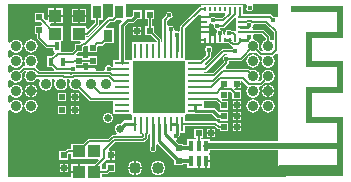
<source format=gtl>
G04 ================== begin FILE IDENTIFICATION RECORD ==================*
G04 Layout Name:  C:/Users/msahadat3/Dropbox/GATech/eTDS_PCB/allegro/ETDS_PCB_V1_4.brd*
G04 Film Name:    TOP*
G04 File Format:  Gerber RS274X*
G04 File Origin:  Cadence Allegro 16.6-2015-S056*
G04 Origin Date:  Mon Oct 12 16:32:23 2015*
G04 *
G04 Layer:  VIA CLASS/TOP*
G04 Layer:  PIN/TOP*
G04 Layer:  ETCH/TOP*
G04 *
G04 Offset:    (0.00 0.00)*
G04 Mirror:    No*
G04 Mode:      Positive*
G04 Rotation:  0*
G04 FullContactRelief:  No*
G04 UndefLineWidth:     5.00*
G04 ================== end FILE IDENTIFICATION RECORD ====================*
%FSLAX25Y25*MOIN*%
%IR0*IPPOS*OFA0.00000B0.00000*MIA0B0*SFA1.00000B1.00000*%
%ADD20C,.04*%
%ADD10C,.015*%
%ADD18C,.025*%
%ADD11C,.035*%
%ADD27R,.02X.02*%
%ADD22R,.01X.05*%
%ADD17R,.05X.01*%
%ADD13R,.04X.04*%
%ADD23R,.016X.032*%
%ADD19R,.0315X.04*%
%ADD26R,.035X.035*%
%ADD12R,.019X.019*%
%ADD14R,.019X.019*%
%ADD24R,.01102X.01575*%
%ADD25R,.01575X.01102*%
%ADD16R,.039X.039*%
%ADD15R,.01574X.025*%
%ADD21R,.17323X.17323*%
%ADD28C,.01*%
%ADD29C,.02*%
%ADD30C,.012*%
%ADD31C,.005*%
%ADD36C,.05004*%
%ADD34C,.03504*%
%ADD32C,.04504*%
%ADD33R,.02904X.02904*%
%ADD35R,.04904X.04904*%
G75*
%LPD*%
G75*
G36*
G01X749851Y1654901D02*
Y1677046D01*
G02X750575Y1677280I400J0D01*
G03Y1679920I1825J1320D01*
G02X749851Y1680154I-324J234D01*
G01Y1682046D01*
G02X750575Y1682280I400J0D01*
G03Y1684920I1825J1320D01*
G02X749851Y1685154I-324J234D01*
G01Y1687046D01*
G02X750575Y1687280I400J0D01*
G03X754486Y1689450I1826J1319D01*
G01X754435Y1689573D01*
X755211Y1690348D01*
X755699D01*
Y1690077D01*
X755654Y1690022D01*
G03X759500Y1687788I1746J-1423D01*
G01X760055D01*
G02X760400Y1687184I1J-400D01*
G03X764278I1939J-1145D01*
G02X764623Y1687788I344J204D01*
G01X765055D01*
G02X765400Y1687184I1J-400D01*
G03X769297Y1687151I1939J-1145D01*
G02X769645Y1687748I348J197D01*
G01X770033D01*
G02X770381Y1687151I0J-400D01*
G03X773189Y1683953I1958J-1112D01*
G01X773312Y1684004D01*
X777004Y1680312D01*
X784848D01*
Y1676124D01*
X790837D01*
Y1675837D01*
X791124D01*
Y1673852D01*
X788358D01*
X787311Y1672804D01*
X787214Y1672816D01*
G03X785852Y1669754I-214J-1739D01*
G02X785590Y1669052I-262J-302D01*
G01X784374D01*
X783074Y1667752D01*
X776439D01*
X774789Y1666102D01*
X770848D01*
Y1664352D01*
X769289D01*
X768689Y1663752D01*
X766848D01*
Y1660848D01*
X769752D01*
Y1662689D01*
X769911Y1662848D01*
X770848D01*
Y1661098D01*
X779671D01*
G02X779953Y1660415I0J-400D01*
G01X778840Y1659302D01*
X770848D01*
Y1654901D01*
X749851D01*
G37*
G36*
G01Y1690154D02*
Y1692046D01*
G02X750575Y1692280I400J0D01*
G03Y1694920I1825J1320D01*
G02X749851Y1695154I-324J234D01*
G01Y1697046D01*
G02X750575Y1697280I400J0D01*
G03Y1699920I1825J1320D01*
G02X749851Y1700154I-324J234D01*
G01Y1712699D01*
X777264D01*
Y1707486D01*
X778588D01*
Y1706451D01*
X776434Y1704297D01*
G02X775752Y1704580I-282J283D01*
G01Y1705252D01*
X770848D01*
Y1700348D01*
X773720D01*
G02X774003Y1699666I0J-400D01*
G01X773789Y1699452D01*
X771948D01*
Y1697611D01*
X771186Y1696848D01*
X767416D01*
Y1700348D01*
X767952D01*
Y1705252D01*
X764164D01*
X763758Y1705670D01*
G02X764044Y1706348I287J278D01*
G01X767952D01*
Y1711252D01*
X763048D01*
Y1707384D01*
G02X762362Y1707105I-400J0D01*
G01X761652Y1707835D01*
Y1709702D01*
X758748D01*
Y1706798D01*
X760563D01*
X761164Y1706180D01*
G02X760878Y1705502I-287J-278D01*
G01X758748D01*
Y1702598D01*
X759448D01*
Y1700989D01*
X762577Y1697860D01*
X764840D01*
Y1696860D01*
X765035D01*
G02X765318Y1696178I0J-400D01*
G01X764386Y1695246D01*
X762872D01*
Y1691742D01*
X764386D01*
X765154Y1690974D01*
G02X764871Y1690292I-283J-282D01*
G01X760307D01*
X759073Y1691526D01*
G02X759061Y1692079I283J283D01*
G03X755461Y1692455I-1661J1521D01*
G02X755116Y1691852I-344J-203D01*
G01X754589D01*
X753373Y1690635D01*
X753250Y1690686D01*
G03X750575Y1689920I-850J-2086D01*
G02X749851Y1690154I-324J234D01*
G37*
G36*
G01X779023Y1690290D02*
Y1690529D01*
X779038Y1690565D01*
G02X779084Y1690667I1163J-463D01*
G03X778728Y1691248I-357J181D01*
G01X776448D01*
Y1691948D01*
X775252D01*
Y1691248D01*
X772643D01*
X772601Y1691392D01*
G03X772390Y1691806I-1202J-352D01*
G01X772348Y1691860D01*
Y1691948D01*
X772264D01*
X772208Y1691995D01*
Y1691996D01*
X772337Y1692348D01*
X774852D01*
Y1693048D01*
X776448D01*
Y1692348D01*
X779352D01*
Y1695252D01*
X776448D01*
Y1694552D01*
X774852D01*
Y1695252D01*
X772680D01*
G02X772397Y1695934I0J400D01*
G01X773011Y1696548D01*
X774852D01*
Y1698389D01*
X775192Y1698730D01*
X775795D01*
G02X776448Y1698420I253J-310D01*
G01Y1696548D01*
X779352D01*
Y1698389D01*
X779794Y1698832D01*
X781285D01*
X782066Y1699612D01*
X785156D01*
Y1704616D01*
X782644D01*
G02X782361Y1705298I0J400D01*
G01X783768Y1706706D01*
X785025D01*
X785806Y1707486D01*
X787305D01*
G02X787587Y1706804I-1J-400D01*
G01X786848Y1706065D01*
Y1693876D01*
X784848D01*
Y1691658D01*
X784395D01*
G03X782082Y1690775I-1089J-618D01*
G02X781691Y1690290I-391J-85D01*
G01X779023D01*
G37*
G36*
G01X781052Y1654901D02*
Y1656048D01*
X782911D01*
X783511Y1656648D01*
X785352D01*
Y1659552D01*
X782448D01*
Y1657711D01*
X782289Y1657552D01*
X781052D01*
Y1659388D01*
X782512Y1660848D01*
X785352D01*
Y1663752D01*
X783580D01*
G02X783297Y1664434I0J400D01*
G01X785411Y1666548D01*
X795067D01*
X796330Y1667812D01*
Y1668935D01*
X796689Y1669293D01*
G02X797030Y1669152I141J-141D01*
G01Y1665183D01*
G03X799034I1002J-751D01*
G01Y1665685D01*
G02X799716Y1665967I400J-1D01*
G01X805148Y1660535D01*
Y1659048D01*
X808052D01*
Y1659398D01*
X809348D01*
Y1658148D01*
X817152D01*
Y1662352D01*
X816872D01*
G02X816730Y1662693I0J200D01*
G01X817048Y1663011D01*
Y1663348D01*
X817152D01*
Y1663948D01*
X837928D01*
X837978Y1663898D01*
X839600D01*
Y1659402D01*
X839598D01*
Y1654901D01*
X781052D01*
G37*
G36*
G01X776434Y1701497D02*
G02X775752Y1701780I-282J283D01*
G01Y1702048D01*
X776311D01*
X780092Y1705829D01*
Y1707486D01*
X781416D01*
Y1712699D01*
X784744D01*
Y1708549D01*
X784403Y1708208D01*
X783146D01*
X776434Y1701497D01*
G37*
G36*
G01X788852Y1693876D02*
Y1705235D01*
X790057Y1706440D01*
X791557D01*
X792765Y1707648D01*
X794252D01*
Y1710552D01*
X791348D01*
Y1709065D01*
X790727Y1708444D01*
X789227D01*
X789143Y1708360D01*
X788896Y1708462D01*
Y1712699D01*
X828984D01*
G02X829303Y1712057I0J-400D01*
G03X831297I997J-757D01*
G02X831616Y1712699I319J242D01*
G01X839600D01*
Y1708514D01*
G02X838958Y1708196I-400J0D01*
G03X838111Y1708448I-758J-997D01*
G01X838020Y1708441D01*
X837271Y1709190D01*
X828414D01*
Y1709492D01*
X828178D01*
Y1712268D01*
X814222D01*
Y1711730D01*
X813663D01*
X807122Y1705190D01*
Y1703830D01*
G02X806525Y1703482I-400J0D01*
G03X805654Y1703620I-619J-1088D01*
G02X805177Y1704067I-81J392D01*
G03X803317Y1705325I-1240J170D01*
G02X802720Y1705672I-197J348D01*
G01Y1707057D01*
X803320Y1707658D01*
X803411Y1707651D01*
G03X802251Y1708811I89J1249D01*
G01X802258Y1708720D01*
X801216Y1707679D01*
Y1700152D01*
X800752D01*
Y1701111D01*
X798452Y1703411D01*
Y1705252D01*
X797752D01*
Y1707648D01*
X798452D01*
Y1710552D01*
X795548D01*
Y1707648D01*
X796248D01*
Y1705252D01*
X795548D01*
Y1702348D01*
X797389D01*
X799248Y1700489D01*
Y1700152D01*
X791124D01*
Y1694163D01*
X790837D01*
Y1693876D01*
X788852D01*
G37*
G36*
G01X830427Y1696565D02*
X830550Y1696514D01*
G03X832250I850J2086D01*
G01X832373Y1696565D01*
X833589Y1695348D01*
X834116D01*
G02X834461Y1694745I1J-400D01*
G03X838101Y1695076I1939J-1145D01*
G01X837979Y1695216D01*
X838917Y1696154D01*
G02X839600Y1695872I283J-282D01*
G01Y1666902D01*
X839222D01*
X839172Y1666952D01*
X817152D01*
Y1667552D01*
X814002D01*
Y1668098D01*
X814702D01*
Y1671002D01*
X811798D01*
Y1668098D01*
X812498D01*
Y1667552D01*
X809348D01*
Y1665802D01*
X808052D01*
Y1666152D01*
X806565D01*
X805784Y1666932D01*
G02X805954Y1667599I283J283D01*
G03X806830Y1668565I-354J1201D01*
G01X806841Y1668625D01*
X806908Y1668691D01*
Y1669848D01*
X808876D01*
Y1672098D01*
X818539D01*
X819689Y1670948D01*
X820248D01*
Y1670248D01*
X823152D01*
Y1673152D01*
X820248D01*
Y1672997D01*
G02X819907Y1672856I-200J0D01*
G01X819161Y1673602D01*
X808876D01*
Y1675837D01*
X809163D01*
Y1676124D01*
X817509D01*
X819335Y1674298D01*
X820248D01*
Y1673848D01*
X823152D01*
Y1676752D01*
X820248D01*
Y1676701D01*
G02X819907Y1676559I-200J0D01*
G01X818339Y1678128D01*
X815152D01*
Y1680312D01*
X819226D01*
X820248Y1679289D01*
Y1677448D01*
X823152D01*
Y1680352D01*
X821311D01*
X820956Y1680707D01*
G02X821097Y1681048I141J141D01*
G01X823152D01*
Y1683448D01*
X823889D01*
X824448Y1682889D01*
Y1681048D01*
X827352D01*
Y1683952D01*
X825511D01*
X825156Y1684307D01*
G02X825297Y1684648I141J141D01*
G01X827352D01*
Y1687148D01*
X827789D01*
X829771Y1685166D01*
X829657Y1685026D01*
G03X833339Y1684745I1743J-1426D01*
G02X833684Y1685348I344J203D01*
G01X834211D01*
X835427Y1686565D01*
X835550Y1686514D01*
G03X834314Y1687750I850J2086D01*
G01X834365Y1687627D01*
X833589Y1686852D01*
X833101D01*
Y1687123D01*
X833146Y1687178D01*
G03X830550Y1690686I-1746J1422D01*
G01X830427Y1690635D01*
X830011Y1691052D01*
X822580D01*
G02X822297Y1691734I0J400D01*
G01X823252Y1692689D01*
Y1693499D01*
G03X823501Y1693748I-752J1001D01*
G01X827611D01*
X830427Y1696565D01*
G37*
G36*
G01X815834Y1692403D02*
G02X815152Y1692686I-282J283D01*
G01Y1692813D01*
X817352Y1695013D01*
Y1696499D01*
G03X815848I-752J1001D01*
G01Y1695635D01*
X814089Y1693876D01*
X809163D01*
Y1694163D01*
X808876D01*
Y1700152D01*
X808626D01*
Y1704568D01*
X813303Y1709245D01*
G02X813986Y1708963I283J-282D01*
G01Y1702308D01*
X814222D01*
Y1699532D01*
X823259D01*
X824259Y1698532D01*
X824399D01*
G02X824666Y1697833I0J-400D01*
G03X824499Y1697652I832J-935D01*
G01X821083D01*
X815834Y1692403D01*
G37*
G36*
G01X815152Y1689688D02*
Y1690154D01*
X815711D01*
X821705Y1696148D01*
X822600D01*
Y1695762D01*
X822414Y1695749D01*
G03X821680Y1693554I86J-1249D01*
G01X821748Y1693494D01*
Y1693311D01*
X818126Y1689688D01*
X815152D01*
G37*
G36*
G01X816564Y1702110D02*
Y1705913D01*
G02X817215Y1706225I400J0D01*
G03X817886Y1705953I786J975D01*
G02X818249Y1705542I-37J-398D01*
G03X819180Y1704290I1251J-42D01*
G02X819387Y1703649I-102J-387D01*
G03X819129Y1702594I967J-795D01*
G02X818738Y1702110I-391J-84D01*
G01X816564D01*
G37*
G36*
G01X821970D02*
G02X821579Y1702594I0J400D01*
G03X820330Y1704106I-1225J260D01*
G02X820212Y1704470I-4J200D01*
G03X820501Y1704748I-712J1030D01*
G01X821802D01*
X825153Y1708099D01*
G02X825836Y1707817I283J-282D01*
G01Y1703983D01*
G02X825213Y1703652I-400J1D01*
G01X824301D01*
G03X822156Y1702392I-1001J-752D01*
G01X822173Y1702353D01*
Y1702110D01*
X821970D01*
G37*
G36*
G01X816564Y1708487D02*
Y1709690D01*
X821959D01*
G02X822242Y1709007I0J-400D01*
G01X821187Y1707952D01*
X819001D01*
G03X817215Y1708175I-1001J-752D01*
G02X816564Y1708487I-251J312D01*
G37*
G36*
G01X834328Y1702610D02*
X835648Y1701289D01*
Y1700727D01*
X835526Y1700676D01*
G03X834654Y1697178I874J-2076D01*
G01X834699Y1697123D01*
Y1696852D01*
X834211D01*
X833435Y1697627D01*
X833486Y1697750D01*
G03X831746Y1700825I-2086J850D01*
G02X831419Y1701312I62J395D01*
G03X831364Y1702062I-1219J288D01*
G02X831735Y1702610I372J148D01*
G01X834328D01*
G37*
G36*
G01X837630Y1700486D02*
G03X837274Y1700676I-1234J-1884D01*
G01X837152Y1700727D01*
Y1701911D01*
X834950Y1704112D01*
X831443D01*
G02X831142Y1704776I0J400D01*
G03X831452Y1705596I-942J825D01*
G02X831852Y1705994I400J-2D01*
G01X835543D01*
X838248Y1703289D01*
Y1700821D01*
G02X837630Y1700486I-400J0D01*
G37*
G36*
G01X843900Y1712100D02*
Y1710100D01*
X859400D01*
Y1703400D01*
X849000D01*
Y1691600D01*
X859400D01*
Y1684900D01*
X849000D01*
Y1673100D01*
X859400D01*
Y1666400D01*
X840100D01*
Y1664400D01*
X859400D01*
Y1658900D01*
X840100D01*
Y1655400D01*
X861400D01*
Y1675100D01*
X851000D01*
Y1682900D01*
X861400D01*
Y1693600D01*
X851000D01*
Y1701500D01*
X861400D01*
Y1712100D01*
X843900D01*
G37*
%LPC*%
G75*
G54D36*
X791926Y1658000D03*
X799800D03*
G54D34*
X782900Y1674800D03*
G54D32*
X757400Y1678600D03*
Y1683600D03*
Y1698600D03*
X836400Y1678600D03*
X831400D03*
X836400Y1683600D03*
X831400Y1693600D03*
G54D33*
X768300Y1658100D03*
X771900Y1677400D03*
X767700D03*
X771900Y1681600D03*
X767700D03*
X792800Y1703800D03*
X817450Y1669550D03*
X825900Y1671700D03*
Y1678900D03*
Y1675300D03*
G54D35*
X773300Y1708800D03*
%LPD*%
G75*
G54D10*
X752400Y1658400D03*
X759708Y1663754D03*
X754708D03*
X759708Y1675754D03*
X754708D03*
X759708Y1671754D03*
X754708D03*
X759708Y1667754D03*
X754708D03*
Y1703754D03*
Y1707754D03*
X768200Y1658200D03*
X773200Y1656600D03*
X761600Y1658600D03*
X764708Y1663754D03*
X767600Y1677500D03*
X767900Y1692600D03*
X771400Y1691039D03*
X767600Y1681800D03*
X769708Y1703754D03*
Y1707754D03*
X778400Y1663600D03*
X774708Y1671754D03*
Y1667754D03*
X775600Y1691200D03*
X783306Y1691039D03*
X782200Y1694600D03*
X783000Y1710400D03*
X798032Y1664432D03*
X792400Y1665200D03*
X789000Y1665000D03*
X800300Y1678100D03*
X793932Y1685200D03*
X800215Y1685215D03*
X799708Y1703754D03*
X794708D03*
X789708D03*
X792800Y1709100D03*
X799708Y1707754D03*
X813200Y1657400D03*
X805600Y1668800D03*
X805906Y1702394D03*
X811600Y1697000D03*
X809708Y1703754D03*
X803937Y1704237D03*
X807600Y1711400D03*
X803500Y1708900D03*
X824708Y1659754D03*
X821700Y1675300D03*
X824708Y1675754D03*
X825200Y1668600D03*
X818600Y1691400D03*
X821700Y1682586D03*
X825000Y1705000D03*
X819200Y1697400D03*
X825500Y1696900D03*
X816600Y1697500D03*
X822500Y1694500D03*
X818000Y1707200D03*
X819500Y1705500D03*
X820354Y1702854D03*
X823300Y1702900D03*
X829708Y1675754D03*
Y1671754D03*
X830200Y1705600D03*
Y1701600D03*
X833800Y1701400D03*
X836600Y1703600D03*
X838200Y1707199D03*
X830300Y1711300D03*
G54D11*
G01X841850Y1657150D02*
X838650D01*
X757400Y1678600D03*
X752400D03*
X757400Y1683600D03*
X752400D03*
X757400Y1688600D03*
X752400D03*
X757400Y1693600D03*
X752400D03*
X762339Y1686039D03*
X757400Y1698600D03*
X752400D03*
X767339Y1686039D03*
X772339D03*
X777339D03*
X782339D03*
X836400Y1678600D03*
X831400D03*
X836400Y1683600D03*
X831400D03*
X836400Y1688600D03*
X831400D03*
X836400Y1693600D03*
X831400D03*
X836400Y1698600D03*
X831400D03*
G54D20*
X791926Y1658000D03*
X799800D03*
G54D30*
G01X806600Y1660500D02*
X810400D01*
X810650Y1660250D01*
G01X806600Y1664700D02*
X809900D01*
X810650Y1665450D01*
G54D21*
X800000Y1685000D03*
G54D12*
X760200Y1704050D03*
Y1708250D03*
X768300Y1658100D03*
Y1662300D03*
X773400Y1693800D03*
Y1698000D03*
X783900Y1662300D03*
Y1658100D03*
X777900Y1693800D03*
Y1698000D03*
X806600Y1664700D03*
Y1660500D03*
G54D31*
G01X757400Y1681148D02*
Y1683600D01*
G01D02*
Y1686052D01*
G01X754948Y1683600D02*
X757400D01*
G01D02*
X759852D01*
G01X787850Y1688937D02*
X784392D01*
X783790Y1689539D01*
X770888D01*
X770849Y1689500D01*
X770778D01*
X770738Y1689540D01*
X759996D01*
X758436Y1691100D01*
X754900D01*
X752400Y1688600D01*
G01X757400D02*
X757461Y1688539D01*
X768375D01*
X768414Y1688500D01*
X771264D01*
X771303Y1688539D01*
X783375D01*
X784946Y1686968D01*
X787850D01*
G01X766128Y1698612D02*
X762888D01*
X760200Y1701300D01*
Y1704050D01*
G01Y1708250D02*
X765500Y1702800D01*
G01X768300Y1656448D02*
Y1658100D01*
G01D02*
Y1659752D01*
G01X766648Y1658100D02*
X768300D01*
G01D02*
X769952D01*
G01X773350Y1656800D02*
Y1659502D01*
G01X770648Y1656800D02*
X773350D01*
G01Y1663600D02*
X776750Y1667000D01*
X783385D01*
X784685Y1668300D01*
X794341D01*
X794579Y1668538D01*
Y1669246D01*
X794094Y1669731D01*
Y1672850D01*
G01X773350Y1663600D02*
X769600D01*
X768300Y1662300D01*
G01X771900Y1679948D02*
Y1681600D01*
G01Y1675748D02*
Y1677400D01*
G01D02*
Y1679052D01*
G01X770248Y1677400D02*
X771900D01*
G01D02*
X773552D01*
G01X768096Y1693494D02*
X771394D01*
X771700Y1693800D01*
X773400D01*
G01X771900Y1681600D02*
Y1683252D01*
G01X770248Y1681600D02*
X771900D01*
G01D02*
X773552D01*
G01X773400Y1698000D02*
X771497Y1696097D01*
X766300D01*
X764160Y1693957D01*
Y1693494D01*
G01X771400Y1691039D02*
X769900D01*
X769861Y1691000D01*
X766191D01*
X764160Y1693031D01*
Y1693494D01*
G01X787850Y1681063D02*
X777315D01*
X772339Y1686039D01*
G01X773400Y1693800D02*
X777900D01*
G01X765500Y1706148D02*
Y1708800D01*
G01X773300Y1706148D02*
Y1708800D01*
G01X779340Y1709988D02*
Y1706140D01*
X776000Y1702800D01*
X773300D01*
G01X786820Y1709988D02*
Y1709563D01*
X784714Y1707457D01*
X783457D01*
X775481Y1699481D01*
X774881D01*
X773400Y1698000D01*
G01X765500Y1708800D02*
Y1711452D01*
G01X762848Y1708800D02*
X765500D01*
G01D02*
X768152D01*
G01X773300D02*
Y1711452D01*
G01X770648Y1708800D02*
X773300D01*
G01D02*
X775952D01*
G01X783900Y1660648D02*
Y1662300D01*
G01D02*
Y1663952D01*
G01Y1662300D02*
X785552D01*
G01X796063Y1672850D02*
Y1669730D01*
X795579Y1669246D01*
Y1668123D01*
X794756Y1667300D01*
X785100D01*
X781800Y1664000D01*
Y1661199D01*
X778550Y1657949D01*
Y1656800D01*
G01D02*
X782600D01*
X783900Y1658100D01*
G01X787850Y1690906D02*
X783439D01*
X783306Y1691039D01*
G01X777339Y1686039D02*
X780346Y1683032D01*
X787850D01*
G01X777900Y1698000D02*
X779483Y1699583D01*
X780974D01*
X783080Y1701689D01*
Y1702114D01*
G01X791926Y1655298D02*
Y1658000D01*
G01D02*
Y1660702D01*
G01X789224Y1658000D02*
X791926D01*
G01D02*
X794628D01*
G01X792800Y1702148D02*
Y1703800D01*
G01D02*
Y1705452D01*
G01X791148Y1703800D02*
X792800D01*
G01D02*
X794452D01*
G01X797000D02*
Y1709100D01*
G01X800000Y1697150D02*
Y1700800D01*
X797000Y1703800D01*
G01X813200Y1657600D02*
X813250Y1657650D01*
G01D02*
Y1660250D01*
G01Y1669550D02*
Y1665450D01*
G01X807874Y1672850D02*
X818850D01*
X820000Y1671700D01*
X821700D01*
G01X825500Y1696900D02*
X821394D01*
X815400Y1690906D01*
X812150D01*
G01Y1692874D02*
X814150D01*
X816600Y1695324D01*
Y1697500D01*
G01X812150Y1686968D02*
X818083D01*
X821415Y1690300D01*
X829700D01*
X831400Y1688600D01*
G01X822500Y1694500D02*
Y1693000D01*
X818437Y1688937D01*
X812150D01*
G01X836400Y1688600D02*
X833900Y1686100D01*
X829900D01*
X828100Y1687900D01*
X820430D01*
X817530Y1685000D01*
X812150D01*
G01X820439Y1684200D02*
X819271Y1683032D01*
X812150D01*
G01Y1681063D02*
X819537D01*
X821700Y1678900D01*
G01X813600Y1706700D02*
X813646Y1706746D01*
G01X803937Y1697150D02*
Y1704237D01*
G01X803500Y1708900D02*
X801968Y1707368D01*
Y1697150D01*
G01X807874D02*
Y1704879D01*
X813974Y1710979D01*
X815275D01*
G01X815850Y1657948D02*
Y1660250D01*
G01D02*
X817352D01*
G01X825900Y1673648D02*
Y1675300D01*
G01D02*
Y1676952D01*
G01X824248Y1675300D02*
X825900D01*
G01D02*
X827552D01*
G01X825900Y1677248D02*
Y1678900D01*
G01D02*
Y1680552D01*
G01X824248Y1678900D02*
X825900D01*
G01D02*
X827552D01*
G01X817450Y1667898D02*
Y1669550D01*
G01D02*
Y1671202D01*
G01X815798Y1669550D02*
X817450D01*
G01D02*
X819102D01*
G01X825900Y1670048D02*
Y1671700D01*
G01D02*
Y1673352D01*
G01X824248Y1671700D02*
X825900D01*
G01D02*
X827552D01*
G01X825900Y1684448D02*
Y1686100D01*
G01D02*
X827552D01*
G01X825900Y1682500D02*
X824200Y1684200D01*
X820439D01*
G01X821700Y1686100D02*
Y1685461D01*
X820439Y1684200D01*
G01X823739Y1700821D02*
Y1700114D01*
X824570Y1699283D01*
X826294D01*
X827125Y1700114D01*
Y1700821D01*
G01X813646Y1706746D02*
X815275D01*
G01X813785Y1703361D02*
X815275D01*
G01D02*
X816765D01*
G01X813785Y1705054D02*
X815275D01*
G01D02*
X816765D01*
G01X818661Y1699331D02*
Y1700821D01*
G01D02*
Y1702311D01*
G01X816968Y1699331D02*
Y1700821D01*
G01D02*
Y1702311D01*
G01X815275Y1699331D02*
Y1700821D01*
G01X814022D02*
X815275D01*
G01X822500Y1694500D02*
X827300D01*
X831400Y1698600D01*
G01X819500Y1705500D02*
X821491D01*
X825432Y1709441D01*
Y1710979D01*
G01X820354Y1700821D02*
Y1702854D01*
G01X823300Y1702900D02*
X824891D01*
X825432Y1702359D01*
Y1700821D01*
G01X813785Y1708439D02*
X815275D01*
G01D02*
X816765D01*
G01X818000Y1707200D02*
X821498D01*
X823739Y1709441D01*
Y1710979D01*
G01X836400Y1681148D02*
Y1683600D01*
G01D02*
Y1686052D01*
G01X833948Y1683600D02*
X836400D01*
G01D02*
X838852D01*
G01X827125Y1703361D02*
X834639D01*
X836400Y1701600D01*
Y1698600D01*
G01X827125Y1706746D02*
X829224D01*
X829578Y1707100D01*
X830822D01*
X831176Y1706746D01*
X835854D01*
X839000Y1703600D01*
Y1697300D01*
X837800Y1696100D01*
X833900D01*
X831400Y1698600D01*
G01X827125Y1708439D02*
Y1710979D01*
G01X838200Y1707199D02*
X836960Y1708439D01*
X827125D01*
G54D13*
X773350Y1656800D03*
Y1663600D03*
X778550D03*
Y1656800D03*
G54D22*
X800000Y1672850D03*
X798032D03*
X796063D03*
X794094D03*
X792126D03*
Y1697150D03*
X794094D03*
X796063D03*
X798032D03*
X800000D03*
X807874Y1672850D03*
X805906D03*
X803937D03*
X801968D03*
Y1697150D03*
X803937D03*
X805906D03*
X807874D03*
G54D14*
X771900Y1677400D03*
X767700D03*
X771900Y1681600D03*
X767700D03*
X797000Y1703800D03*
X792800D03*
Y1709100D03*
X797000D03*
X813250Y1669550D03*
X825900Y1671700D03*
X821700D03*
X817450Y1669550D03*
X825900Y1678900D03*
X821700D03*
X825900Y1675300D03*
X821700D03*
X825900Y1682500D03*
X821700D03*
X825900Y1686100D03*
X821700D03*
G54D23*
X813250Y1660250D03*
X810650D03*
Y1665450D03*
X813250D03*
X815850Y1660250D03*
Y1665450D03*
G54D15*
X768096Y1693494D03*
X764160D03*
X766128Y1698612D03*
G54D24*
X815275Y1700821D03*
X816968D03*
X818661D03*
X820354D03*
X822046D03*
X823739D03*
X825432D03*
X827125D03*
Y1710979D03*
X825432D03*
X823739D03*
X822046D03*
X820354D03*
X818661D03*
X816968D03*
X815275D03*
G54D16*
X773300Y1708800D03*
Y1702800D03*
X765500Y1708800D03*
Y1702800D03*
G54D25*
X827125Y1703361D03*
Y1705054D03*
Y1706746D03*
X815275D03*
Y1705054D03*
Y1703361D03*
X827125Y1708439D03*
X815275D03*
G54D26*
X841850Y1657150D03*
G54D17*
X787850Y1677126D03*
Y1679094D03*
Y1681063D03*
Y1683032D03*
Y1685000D03*
Y1686968D03*
Y1688937D03*
Y1690906D03*
Y1692874D03*
X812150Y1679094D03*
Y1677126D03*
Y1692874D03*
Y1690906D03*
Y1688937D03*
Y1686968D03*
Y1685000D03*
Y1683032D03*
Y1681063D03*
G54D27*
X841100Y1665400D03*
G54D18*
X787000Y1671077D03*
X782900Y1674800D03*
G54D28*
G01X787000Y1671077D02*
X788773Y1672850D01*
X792126D01*
G01X798032D02*
Y1664432D01*
G01X800000Y1672850D02*
Y1667100D01*
X806600Y1660500D01*
G01X787850Y1692874D02*
Y1705650D01*
X789642Y1707442D01*
X791142D01*
X792800Y1709100D01*
G01X801968Y1672850D02*
Y1669332D01*
X806600Y1664700D01*
G01X803937Y1672850D02*
X805906D01*
G01D02*
Y1669106D01*
X805600Y1668800D01*
G01X812150Y1677126D02*
X817924D01*
X819750Y1675300D01*
X821700D01*
G01X812150Y1679094D02*
Y1677126D01*
G01X805906Y1697150D02*
Y1702394D01*
G01X830200Y1701600D02*
X829421Y1700821D01*
X827125D01*
G01Y1705054D02*
X829654D01*
X830200Y1705600D01*
G01X822046Y1700821D02*
X823739D01*
G54D19*
X783080Y1702114D03*
X779340Y1709988D03*
X786820D03*
G54D29*
G01X841100Y1665400D02*
X838600D01*
X838550Y1665450D01*
X815850D01*
M02*

</source>
